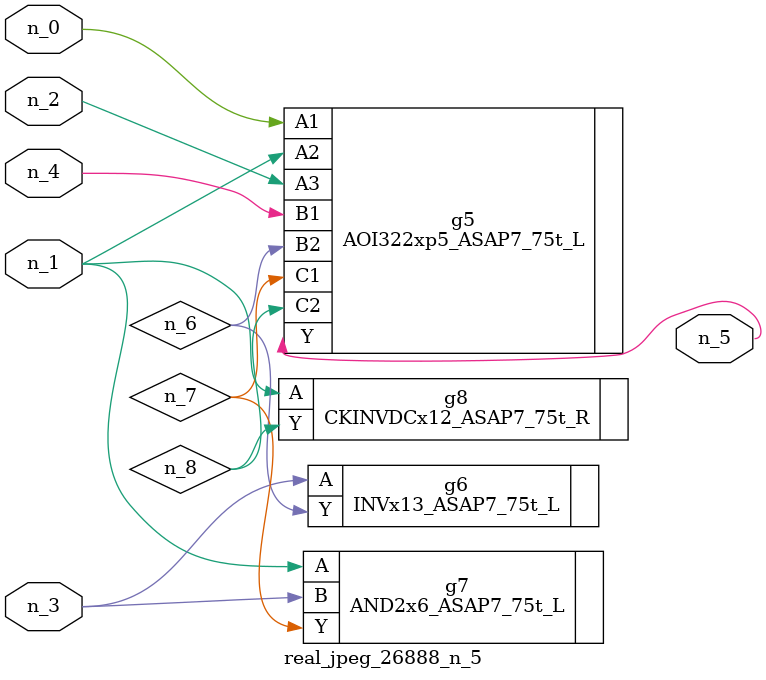
<source format=v>
module real_jpeg_26888_n_5 (n_4, n_0, n_1, n_2, n_3, n_5);

input n_4;
input n_0;
input n_1;
input n_2;
input n_3;

output n_5;

wire n_8;
wire n_6;
wire n_7;

AOI322xp5_ASAP7_75t_L g5 ( 
.A1(n_0),
.A2(n_1),
.A3(n_2),
.B1(n_4),
.B2(n_6),
.C1(n_7),
.C2(n_8),
.Y(n_5)
);

AND2x6_ASAP7_75t_L g7 ( 
.A(n_1),
.B(n_3),
.Y(n_7)
);

CKINVDCx12_ASAP7_75t_R g8 ( 
.A(n_1),
.Y(n_8)
);

INVx13_ASAP7_75t_L g6 ( 
.A(n_3),
.Y(n_6)
);


endmodule
</source>
